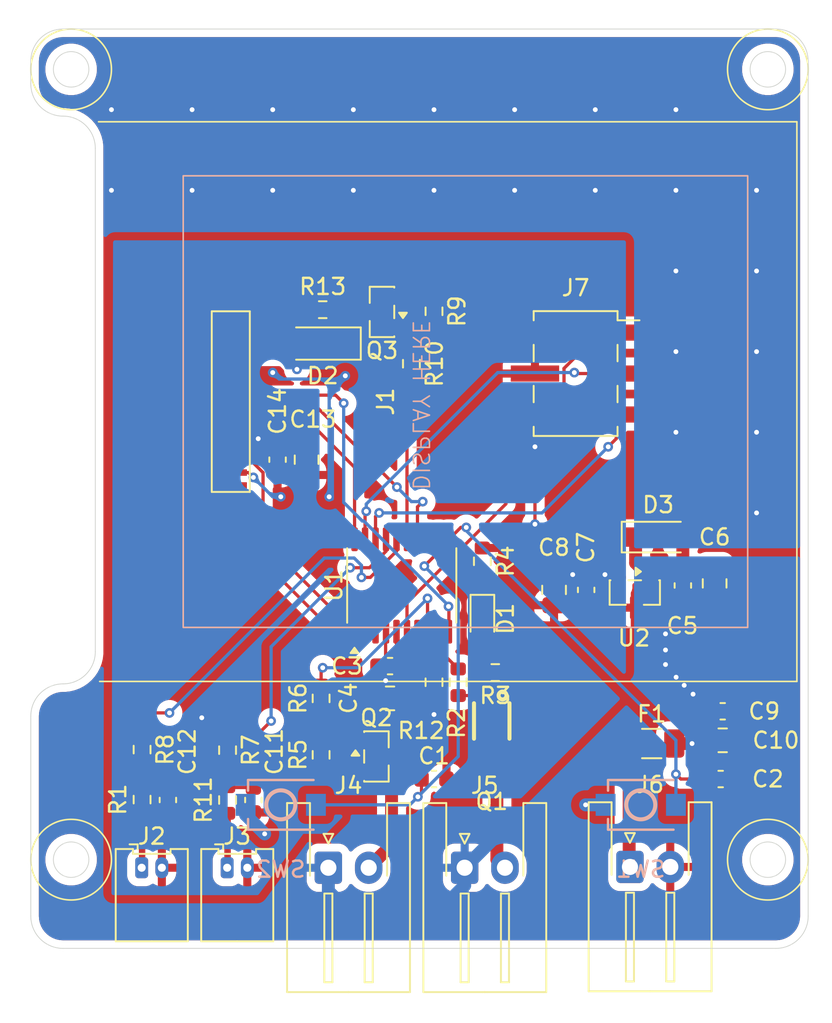
<source format=kicad_pcb>
(kicad_pcb (version 20241229) (generator "pcbnew") (generator_version "9.0")
  (layers (0 "F.Cu" signal) (2 "B.Cu" signal) (13 "F.Paste" user) (15 "B.Paste" user) (5 "F.SilkS" user "F.Silkscreen") (7 "B.SilkS" user "B.Silkscreen") (1 "F.Mask" user) (3 "B.Mask" user) (25 "Edge.Cuts" user))
  (net 0 "")
  (net 1 "GND")
  (net 2 "B2")
  (net 3 "B1")
  (net 4 "+3.3V")
  (net 5 "+24V")
  (net 6 "heatNTC")
  (net 7 "airNTC")
  (net 8 "Net-(D1-K)")
  (net 9 "Led")
  (net 10 "Net-(D2-A)")
  (net 11 "Net-(D2-K)")
  (net 12 "Net-(D3-K)")
  (net 13 "Net-(J6-Pin_1)")
  (net 15 "RET")
  (net 17 "A0")
  (net 18 "SCK")
  (net 19 "MOSI")
  (net 20 "CS")
  (net 21 "Net-(J2-Pin_1)")
  (net 22 "Net-(J3-Pin_1)")
  (net 23 "fCon")
  (net 24 "hCon")
  (net 25 "NRST")
  (net 26 "SWDIO")
  (net 27 "SWCLK")
  (net 28 "Net-(Q1-G)")
  (net 29 "Net-(Q2-G)")
  (net 30 "Net-(Q3-G)")
  (net 31 "Heater")
  (net 32 "Fan")
  (net 33 "BL")
  (footprint "easyeda2kicad:SC-70-6L_L2.0-W2.0-P0.65-BL" (layer "F.Cu") (at 88.58 62.9 180)
    (property "Reference" "Q1" (at 0 -5 0) (layer "F.SilkS"))
    (property "Value" "SIA440DJ-T1-GE3")
    (pad "1" smd rect (at -0.65 1 180) (size 0.35 0.5) (layers "F.Cu" "F.Mask" "F.Paste") (net 24 "hCon"))
    (pad "2" smd rect (at 0 1 180) (size 0.35 0.5) (layers "F.Cu" "F.Mask" "F.Paste") (net 24 "hCon"))
    (pad "3" smd rect (at 0.65 1 180) (size 0.35 0.5) (layers "F.Cu" "F.Mask" "F.Paste") (net 28 "Net-(Q1-G)"))
    (pad "4" smd rect (at 0.65 -1 180) (size 0.35 0.5) (layers "F.Cu" "F.Mask" "F.Paste") (net 1 "GND"))
    (pad "5" smd rect (at 0 -1 180) (size 0.35 0.5) (layers "F.Cu" "F.Mask" "F.Paste") (net 24 "hCon"))
    (pad "6" smd rect (at -0.65 -1 180) (size 0.35 0.5) (layers "F.Cu" "F.Mask" "F.Paste") (net 24 "hCon"))
    (pad "7" smd rect (at 0.65 -0.1 90) (size 0.87 0.4) (layers "F.Cu" "F.Mask" "F.Paste") (net 1 "GND"))
    (pad "8" smd rect (at -0.32 0 90) (size 2 1.05) (layers "F.Cu" "F.Mask" "F.Paste") (net 24 "hCon"))
  )
  (footprint "Resistor_SMD:R_0603_1608Metric" (layer "F.Cu") (at 88.8 59.9 180)
    (property "Reference" "R3" (at 0 -1.43 0) (layer "F.SilkS"))
    (property "Value" "100k")
    (pad "1" smd roundrect (at -0.825 0 180) (size 0.8 0.95) (layers "F.Cu" "F.Mask" "F.Paste") (net 1 "GND"))
    (pad "2" smd roundrect (at 0.825 0 180) (size 0.8 0.95) (layers "F.Cu" "F.Mask" "F.Paste") (net 28 "Net-(Q1-G)"))
  )
  (footprint "Diode_SMD:Nexperia_CFP3_SOD-123W" (layer "F.Cu") (at 98.9 51.5)
    (property "Reference" "D3" (at 0 -2 0) (layer "F.SilkS"))
    (property "Value" "1N4007W")
    (pad "1" smd rect (at -1.4 0) (size 1.2 1.2) (layers "F.Cu" "F.Mask" "F.Paste") (net 12 "Net-(D3-K)"))
    (pad "2" smd rect (at 1.4 0) (size 1.2 1.2) (layers "F.Cu" "F.Mask" "F.Paste") (net 5 "+24V"))
  )
  (footprint "Package_SO:TSSOP-20_4.4x6.5mm_P0.65mm" (layer "F.Cu") (at 83 54.5 90)
    (property "Reference" "U1" (at 0 -4.2 90) (layer "F.SilkS"))
    (property "Value" "STM32C011F4Px")
    (pad "1" smd roundrect (at -2.8625 -2.925 90) (size 1.475 0.4) (layers "F.Cu" "F.Mask" "F.Paste") (net 20 "CS"))
    (pad "2" smd roundrect (at -2.8625 -2.275 90) (size 1.475 0.4) (layers "F.Cu" "F.Mask" "F.Paste") (net 15 "RET"))
    (pad "3" smd roundrect (at -2.8625 -1.625 90) (size 1.475 0.4) (layers "F.Cu" "F.Mask" "F.Paste"))
    (pad "4" smd roundrect (at -2.8625 -0.975 90) (size 1.475 0.4) (layers "F.Cu" "F.Mask" "F.Paste") (net 4 "+3.3V"))
    (pad "5" smd roundrect (at -2.8625 -0.325 90) (size 1.475 0.4) (layers "F.Cu" "F.Mask" "F.Paste") (net 1 "GND"))
    (pad "6" smd roundrect (at -2.8625 0.325 90) (size 1.475 0.4) (layers "F.Cu" "F.Mask" "F.Paste") (net 25 "NRST"))
    (pad "7" smd roundrect (at -2.8625 0.975 90) (size 1.475 0.4) (layers "F.Cu" "F.Mask" "F.Paste") (net 31 "Heater"))
    (pad "8" smd roundrect (at -2.8625 1.625 90) (size 1.475 0.4) (layers "F.Cu" "F.Mask" "F.Paste") (net 32 "Fan"))
    (pad "9" smd roundrect (at -2.8625 2.275 90) (size 1.475 0.4) (layers "F.Cu" "F.Mask" "F.Paste") (net 9 "Led"))
    (pad "10" smd roundrect (at -2.8625 2.925 90) (size 1.475 0.4) (layers "F.Cu" "F.Mask" "F.Paste") (net 17 "A0"))
    (pad "11" smd roundrect (at 2.8625 2.925 90) (size 1.475 0.4) (layers "F.Cu" "F.Mask" "F.Paste") (net 3 "B1"))
    (pad "12" smd roundrect (at 2.8625 2.275 90) (size 1.475 0.4) (layers "F.Cu" "F.Mask" "F.Paste") (net 2 "B2"))
    (pad "13" smd roundrect (at 2.8625 1.625 90) (size 1.475 0.4) (layers "F.Cu" "F.Mask" "F.Paste"))
    (pad "14" smd roundrect (at 2.8625 0.975 90) (size 1.475 0.4) (layers "F.Cu" "F.Mask" "F.Paste") (net 19 "MOSI"))
    (pad "15" smd roundrect (at 2.8625 0.325 90) (size 1.475 0.4) (layers "F.Cu" "F.Mask" "F.Paste") (net 33 "BL"))
    (pad "16" smd roundrect (at 2.8625 -0.325 90) (size 1.475 0.4) (layers "F.Cu" "F.Mask" "F.Paste") (net 7 "airNTC"))
    (pad "17" smd roundrect (at 2.8625 -0.975 90) (size 1.475 0.4) (layers "F.Cu" "F.Mask" "F.Paste") (net 6 "heatNTC"))
    (pad "18" smd roundrect (at 2.8625 -1.625 90) (size 1.475 0.4) (layers "F.Cu" "F.Mask" "F.Paste") (net 26 "SWDIO"))
    (pad "19" smd roundrect (at 2.8625 -2.275 90) (size 1.475 0.4) (layers "F.Cu" "F.Mask" "F.Paste") (net 27 "SWCLK"))
    (pad "20" smd roundrect (at 2.8625 -2.925 90) (size 1.475 0.4) (layers "F.Cu" "F.Mask" "F.Paste") (net 18 "SCK"))
  )
  (footprint "Connector_JST:JST_XH_S2B-XH-A-1_1x02_P2.50mm_Horizontal" (layer "F.Cu") (at 78.45 72)
    (property "Reference" "J4" (at 1.25 -5.1 0) (layer "F.SilkS"))
    (property "Value" "Fan")
    (pad "1" thru_hole roundrect (at 0 0) (size 1.7 2) (drill 1) (layers "*.Cu" "*.Mask") (roundrect_rratio 0.147059) (net 5 "+24V"))
    (pad "2" thru_hole oval (at 2.5 0) (size 1.7 2) (drill 1) (layers "*.Cu" "*.Mask") (net 23 "fCon"))
  )
  (footprint "Package_TO_SOT_SMD:SOT-23" (layer "F.Cu") (at 81.775 37.54 180)
    (property "Reference" "Q3" (at 0 -2.4 0) (layer "F.SilkS"))
    (property "Value" "AO3400A")
    (pad "1" smd roundrect (at -0.9375 -0.95 180) (size 1.475 0.6) (layers "F.Cu" "F.Mask" "F.Paste") (net 30 "Net-(Q3-G)"))
    (pad "2" smd roundrect (at -0.9375 0.95 180) (size 1.475 0.6) (layers "F.Cu" "F.Mask" "F.Paste") (net 1 "GND"))
    (pad "3" smd roundrect (at 0.9375 0 180) (size 1.475 0.6) (layers "F.Cu" "F.Mask" "F.Paste") (net 11 "Net-(D2-K)"))
  )
  (footprint "Connector_Molex:Molex_PicoBlade_53048-0210_1x02_P1.25mm_Horizontal" (layer "F.Cu") (at 72.175 72)
    (property "Reference" "J3" (at 0.62 -1.95 0) (layer "F.SilkS"))
    (property "Value" "hNTC")
    (pad "1" thru_hole roundrect (at 0 0) (size 0.8 1.3) (drill 0.5) (layers "*.Cu" "*.Mask") (net 22 "Net-(J3-Pin_1)"))
    (pad "2" thru_hole oval (at 1.25 0) (size 0.8 1.3) (drill 0.5) (layers "*.Cu" "*.Mask") (net 1 "GND"))
  )
  (footprint "Resistor_SMD:R_0603_1608Metric" (layer "F.Cu") (at 72.2 64.71 -90)
    (property "Reference" "R7" (at 0 -1.43 90) (layer "F.SilkS"))
    (property "Value" "100k")
    (pad "1" smd roundrect (at -0.825 0 270) (size 0.8 0.95) (layers "F.Cu" "F.Mask" "F.Paste") (net 4 "+3.3V"))
    (pad "2" smd roundrect (at 0.825 0 270) (size 0.8 0.95) (layers "F.Cu" "F.Mask" "F.Paste") (net 6 "heatNTC"))
  )
  (footprint "Package_TO_SOT_SMD:SOT-23" (layer "F.Cu") (at 97.45 54.9375 -90)
    (property "Reference" "U2" (at 2.825 0.05 0) (layer "F.SilkS"))
    (property "Value" "AP7381-33SA-7")
    (pad "1" smd roundrect (at -0.9375 -0.95 270) (size 1.475 0.6) (layers "F.Cu" "F.Mask" "F.Paste") (net 12 "Net-(D3-K)"))
    (pad "2" smd roundrect (at -0.9375 0.95 270) (size 1.475 0.6) (layers "F.Cu" "F.Mask" "F.Paste") (net 4 "+3.3V"))
    (pad "3" smd roundrect (at 0.9375 0 270) (size 1.475 0.6) (layers "F.Cu" "F.Mask" "F.Paste") (net 1 "GND"))
  )
  (footprint "Connector_JST:JST_XH_S2B-XH-A-1_1x02_P2.50mm_Horizontal" (layer "F.Cu") (at 97.15 71.95)
    (property "Reference" "J6" (at 1.25 -5.1 0) (layer "F.SilkS"))
    (property "Value" "Power")
    (pad "1" thru_hole roundrect (at 0 0) (size 1.7 2) (drill 1) (layers "*.Cu" "*.Mask") (roundrect_rratio 0.147059) (net 13 "Net-(J6-Pin_1)"))
    (pad "2" thru_hole oval (at 2.5 0) (size 1.7 2) (drill 1) (layers "*.Cu" "*.Mask") (net 1 "GND"))
  )
  (footprint "Capacitor_SMD:C_0603_1608Metric" (layer "F.Cu") (at 100.43 54.5 -90)
    (property "Reference" "C5" (at 2.5 0.03 0) (layer "F.SilkS"))
    (property "Value" "100nF")
    (pad "1" smd roundrect (at -0.775 0 270) (size 0.9 0.95) (layers "F.Cu" "F.Mask" "F.Paste") (net 5 "+24V"))
    (pad "2" smd roundrect (at 0.775 0 270) (size 0.9 0.95) (layers "F.Cu" "F.Mask" "F.Paste") (net 1 "GND"))
  )
  (footprint "Resistor_SMD:R_0603_1608Metric" (layer "F.Cu") (at 86.5 60.5 90)
    (property "Reference" "R2" (at -2.525 -0.1 90) (layer "F.SilkS"))
    (property "Value" "100")
    (pad "1" smd roundrect (at -0.825 0 90) (size 0.8 0.95) (layers "F.Cu" "F.Mask" "F.Paste") (net 28 "Net-(Q1-G)"))
    (pad "2" smd roundrect (at 0.825 0 90) (size 0.8 0.95) (layers "F.Cu" "F.Mask" "F.Paste") (net 31 "Heater"))
  )
  (footprint "Capacitor_SMD:C_0603_1608Metric" (layer "F.Cu") (at 94.433999 54.775089 -90)
    (property "Reference" "C7" (at -2.63 0.02 90) (layer "F.SilkS"))
    (property "Value" "100nF")
    (pad "1" smd roundrect (at -0.775 0 270) (size 0.9 0.95) (layers "F.Cu" "F.Mask" "F.Paste") (net 4 "+3.3V"))
    (pad "2" smd roundrect (at 0.775 0 270) (size 0.9 0.95) (layers "F.Cu" "F.Mask" "F.Paste") (net 1 "GND"))
  )
  (footprint "Capacitor_SMD:C_0805_2012Metric" (layer "F.Cu") (at 92.443999 54.775089 -90)
    (property "Reference" "C8" (at -2.63 0.01 0) (layer "F.SilkS"))
    (property "Value" "1uF")
    (pad "1" smd roundrect (at -0.95 0 270) (size 1 1.45) (layers "F.Cu" "F.Mask" "F.Paste") (net 4 "+3.3V"))
    (pad "2" smd roundrect (at 0.95 0 270) (size 1 1.45) (layers "F.Cu" "F.Mask" "F.Paste") (net 1 "GND"))
  )
  (footprint "Connector_PinSocket_2.54mm:PinSocket_2x03_P2.54mm_Vertical_SMD" (layer "F.Cu") (at 93.78 41.36)
    (property "Reference" "J7" (at 0 -5.31 0) (layer "F.SilkS"))
    (property "Value" "Conn_02x03_Odd_Even")
    (pad "1" smd rect (at 2.52 -2.54) (size 3 1) (layers "F.Cu" "F.Mask" "F.Paste") (net 25 "NRST"))
    (pad "2" smd rect (at -2.52 -2.54) (size 3 1) (layers "F.Cu" "F.Mask" "F.Paste") (net 1 "GND"))
    (pad "3" smd rect (at 2.52 0) (size 3 1) (layers "F.Cu" "F.Mask" "F.Paste") (net 27 "SWCLK"))
    (pad "4" smd rect (at -2.52 0) (size 3 1) (layers "F.Cu" "F.Mask" "F.Paste") (net 1 "GND"))
    (pad "5" smd rect (at 2.52 2.54) (size 3 1) (layers "F.Cu" "F.Mask" "F.Paste") (net 26 "SWDIO"))
    (pad "6" smd rect (at -2.52 2.54) (size 3 1) (layers "F.Cu" "F.Mask" "F.Paste") (net 4 "+3.3V"))
  )
  (footprint "Capacitor_SMD:C_0603_1608Metric" (layer "F.Cu") (at 82.275 59.5)
    (property "Reference" "C3" (at -2.675 0 0) (layer "F.SilkS"))
    (property "Value" "100nF")
    (pad "1" smd roundrect (at -0.775 0) (size 0.9 0.95) (layers "F.Cu" "F.Mask" "F.Paste") (net 4 "+3.3V"))
    (pad "2" smd roundrect (at 0.775 0) (size 0.9 0.95) (layers "F.Cu" "F.Mask" "F.Paste") (net 1 "GND"))
  )
  (footprint "Resistor_SMD:R_0603_1608Metric" (layer "F.Cu") (at 78 61.5 90)
    (property "Reference" "R6" (at 0 -1.43 90) (layer "F.SilkS"))
    (property "Value" "100")
    (pad "1" smd roundrect (at -0.825 0 90) (size 0.8 0.95) (layers "F.Cu" "F.Mask" "F.Paste") (net 29 "Net-(Q2-G)"))
    (pad "2" smd roundrect (at 0.825 0 90) (size 0.8 0.95) (layers "F.Cu" "F.Mask" "F.Paste") (net 32 "Fan"))
  )
  (footprint "LED_SMD:LED_0603_1608Metric" (layer "F.Cu") (at 88 56.565 -90)
    (property "Reference" "D1" (at 0 -1.43 90) (layer "F.SilkS"))
    (property "Value" "LED")
    (pad "1" smd roundrect (at -0.7875 0 270) (size 0.875 0.95) (layers "F.Cu" "F.Mask" "F.Paste") (net 8 "Net-(D1-K)"))
    (pad "2" smd roundrect (at 0.7875 0 270) (size 0.875 0.95) (layers "F.Cu" "F.Mask" "F.Paste") (net 9 "Led"))
  )
  (footprint "Capacitor_SMD:C_0805_2012Metric" (layer "F.Cu") (at 77.1 46.7 -90)
    (property "Reference" "C13" (at -2.5 -0.39 180) (layer "F.SilkS"))
    (property "Value" "1uF")
    (pad "1" smd roundrect (at -0.95 0 270) (size 1 1.45) (layers "F.Cu" "F.Mask" "F.Paste") (net 4 "+3.3V"))
    (pad "2" smd roundrect (at 0.95 0 270) (size 1 1.45) (layers "F.Cu" "F.Mask" "F.Paste") (net 1 "GND"))
  )
  (footprint "Fuse:Fuse_1206_3216Metric" (layer "F.Cu") (at 98.5 64.3)
    (property "Reference" "F1" (at 0 -1.83 0) (layer "F.SilkS"))
    (property "Value" "Fuse")
    (pad "1" smd roundrect (at -1.4 0) (size 1.25 1.75) (layers "F.Cu" "F.Mask" "F.Paste") (roundrect_rratio 0.2) (net 13 "Net-(J6-Pin_1)"))
    (pad "2" smd roundrect (at 1.4 0) (size 1.25 1.75) (layers "F.Cu" "F.Mask" "F.Paste") (roundrect_rratio 0.2) (net 5 "+24V"))
  )
  (footprint "Resistor_SMD:R_0603_1608Metric" (layer "F.Cu") (at 85 60.5 90)
    (property "Reference" "R12" (at -3 -0.8 0) (layer "F.SilkS"))
    (property "Value" "10k")
    (pad "1" smd roundrect (at -0.825 0 90) (size 0.8 0.95) (layers "F.Cu" "F.Mask" "F.Paste") (net 4 "+3.3V"))
    (pad "2" smd roundrect (at 0.825 0 90) (size 0.8 0.95) (layers "F.Cu" "F.Mask" "F.Paste") (net 25 "NRST"))
  )
  (footprint "Resistor_SMD:R_0603_1608Metric" (layer "F.Cu") (at 78 65 90)
    (property "Reference" "R5" (at 0 -1.43 90) (layer "F.SilkS"))
    (property "Value" "100k")
    (pad "1" smd roundrect (at -0.825 0 90) (size 0.8 0.95) (layers "F.Cu" "F.Mask" "F.Paste") (net 1 "GND"))
    (pad "2" smd roundrect (at 0.825 0 90) (size 0.8 0.95) (layers "F.Cu" "F.Mask" "F.Paste") (net 29 "Net-(Q2-G)"))
  )
  (footprint "Connector_JST:JST_XH_S2B-XH-A-1_1x02_P2.50mm_Horizontal" (layer "F.Cu") (at 86.9 72)
    (property "Reference" "J5" (at 1.25 -5.1 0) (layer "F.SilkS"))
    (property "Value" "HT")
    (pad "1" thru_hole roundrect (at 0 0) (size 1.7 2) (drill 1) (layers "*.Cu" "*.Mask") (roundrect_rratio 0.147059) (net 5 "+24V"))
    (pad "2" thru_hole oval (at 2.5 0) (size 1.7 2) (drill 1) (layers "*.Cu" "*.Mask") (net 24 "hCon"))
  )
  (footprint "Extra:STP0177A-128160" (layer "F.Cu") (at 84.15 43.1 -90)
    (property "Reference" "J1" (at 0 2.15 90) (layer "F.SilkS"))
    (property "Value" "Conn_01x14")
    (fp_text user "DISPLAY HERE" (at 5.57 0.56 270) (layer "B.SilkS") (effects (font (thickness 0.1)) (justify left bottom mirror)))
    (pad "1" smd rect (at -5.2 11.75 270) (size 0.4 2) (layers "F.Cu" "F.Mask" "F.Paste"))
    (pad "2" smd rect (at -4.4 11.75 270) (size 0.4 2) (layers "F.Cu" "F.Mask" "F.Paste") (net 1 "GND"))
    (pad "3" smd rect (at -3.6 11.75 270) (size 0.4 2) (layers "F.Cu" "F.Mask" "F.Paste") (net 10 "Net-(D2-A)"))
    (pad "4" smd rect (at -2.8 11.75 270) (size 0.4 2) (layers "F.Cu" "F.Mask" "F.Paste") (net 4 "+3.3V"))
    (pad "5" smd rect (at -2 11.75 270) (size 0.4 2) (layers "F.Cu" "F.Mask" "F.Paste") (net 1 "GND"))
    (pad "6" smd rect (at -1.2 11.75 270) (size 0.4 2) (layers "F.Cu" "F.Mask" "F.Paste") (net 15 "RET"))
    (pad "7" smd rect (at -0.4 11.75 270) (size 0.4 2) (layers "F.Cu" "F.Mask" "F.Paste") (net 17 "A0"))
    (pad "8" smd rect (at 0.4 11.75 270) (size 0.4 2) (layers "F.Cu" "F.Mask" "F.Paste") (net 19 "MOSI"))
    (pad "9" smd rect (at 1.2 11.75 270) (size 0.4 2) (layers "F.Cu" "F.Mask" "F.Paste") (net 18 "SCK"))
    (pad "10" smd rect (at 2 11.75 270) (size 0.4 2) (layers "F.Cu" "F.Mask" "F.Paste") (net 4 "+3.3V"))
    (pad "11" smd rect (at 2.8 11.75 270) (size 0.4 2) (layers "F.Cu" "F.Mask" "F.Paste") (net 4 "+3.3V"))
    (pad "12" smd rect (at 3.6 11.75 270) (size 0.4 2) (layers "F.Cu" "F.Mask" "F.Paste") (net 20 "CS"))
    (pad "13" smd rect (at 4.4 11.75 270) (size 0.4 2) (layers "F.Cu" "F.Mask" "F.Paste") (net 1 "GND"))
    (pad "14" smd rect (at 5.2 11.75 270) (size 0.4 2) (layers "F.Cu" "F.Mask" "F.Paste"))
  )
  (footprint "Resistor_SMD:R_0603_1608Metric" (layer "F.Cu") (at 66.9 67.775 -90)
    (property "Reference" "R1" (at 0 1.5 90) (layer "F.SilkS"))
    (property "Value" "100")
    (pad "1" smd roundrect (at -0.825 0 270) (size 0.8 0.95) (layers "F.Cu" "F.Mask" "F.Paste") (net 7 "airNTC"))
    (pad "2" smd roundrect (at 0.825 0 270) (size 0.8 0.95) (layers "F.Cu" "F.Mask" "F.Paste") (net 21 "Net-(J2-Pin_1)"))
  )
  (footprint "Resistor_SMD:R_0603_1608Metric" (layer "F.Cu") (at 72.2 67.8 -90)
    (property "Reference" "R11" (at 0 1.5 90) (layer "F.SilkS"))
    (property "Value" "100")
    (pad "1" smd roundrect (at -0.825 0 270) (size 0.8 0.95) (layers "F.Cu" "F.Mask" "F.Paste") (net 6 "heatNTC"))
    (pad "2" smd roundrect (at 0.825 0 270) (size 0.8 0.95) (layers "F.Cu" "F.Mask" "F.Paste") (net 22 "Net-(J3-Pin_1)"))
  )
  (footprint "Capacitor_SMD:C_0603_1608Metric" (layer "F.Cu") (at 75.3 46.7 -90)
    (property "Reference" "C14" (at -3 0 90) (layer "F.SilkS"))
    (property "Value" "100nF")
    (pad "1" smd roundrect (at -0.775 0 270) (size 0.9 0.95) (layers "F.Cu" "F.Mask" "F.Paste") (net 4 "+3.3V"))
    (pad "2" smd roundrect (at 0.775 0 270) (size 0.9 0.95) (layers "F.Cu" "F.Mask" "F.Paste") (net 1 "GND"))
  )
  (footprint "Resistor_SMD:R_0603_1608Metric" (layer "F.Cu") (at 78.1 37.4)
    (property "Reference" "R13" (at 0 -1.43 0) (layer "F.SilkS"))
    (property "Value" "22")
    (pad "1" smd roundrect (at -0.825 0) (size 0.8 0.95) (layers "F.Cu" "F.Mask" "F.Paste") (net 10 "Net-(D2-A)"))
    (pad "2" smd roundrect (at 0.825 0) (size 0.8 0.95) (layers "F.Cu" "F.Mask" "F.Paste") (net 11 "Net-(D2-K)"))
  )
  (footprint "Capacitor_SMD:C_0603_1608Metric" (layer "F.Cu") (at 102.9 62.3)
    (property "Reference" "C9" (at 2.575 0 0) (layer "F.SilkS"))
    (property "Value" "100nF")
    (pad "1" smd roundrect (at -0.775 0) (size 0.9 0.95) (layers "F.Cu" "F.Mask" "F.Paste") (net 5 "+24V"))
    (pad "2" smd roundrect (at 0.775 0) (size 0.9 0.95) (layers "F.Cu" "F.Mask" "F.Paste") (net 1 "GND"))
  )
  (footprint "Resistor_SMD:R_0603_1608Metric" (layer "F.Cu") (at 66.9 64.675 -90)
    (property "Reference" "R8" (at 0 -1.43 90) (layer "F.SilkS"))
    (property "Value" "100k")
    (pad "1" smd roundrect (at -0.825 0 270) (size 0.8 0.95) (layers "F.Cu" "F.Mask" "F.Paste") (net 4 "+3.3V"))
    (pad "2" smd roundrect (at 0.825 0 270) (size 0.8 0.95) (layers "F.Cu" "F.Mask" "F.Paste") (net 7 "airNTC"))
  )
  (footprint "Resistor_SMD:R_0603_1608Metric" (layer "F.Cu") (at 85 37.5 -90)
    (property "Reference" "R9" (at 0 -1.43 90) (layer "F.SilkS"))
    (property "Value" "100k")
    (pad "1" smd roundrect (at -0.825 0 270) (size 0.8 0.95) (layers "F.Cu" "F.Mask" "F.Paste") (net 1 "GND"))
    (pad "2" smd roundrect (at 0.825 0 270) (size 0.8 0.95) (layers "F.Cu" "F.Mask" "F.Paste") (net 30 "Net-(Q3-G)"))
  )
  (footprint "Resistor_SMD:R_0603_1608Metric" (layer "F.Cu") (at 88 53 -90)
    (property "Reference" "R4" (at 0 -1.43 90) (layer "F.SilkS"))
    (property "Value" "470")
    (pad "1" smd roundrect (at -0.825 0 270) (size 0.8 0.95) (layers "F.Cu" "F.Mask" "F.Paste") (net 1 "GND"))
    (pad "2" smd roundrect (at 0.825 0 270) (size 0.8 0.95) (layers "F.Cu" "F.Mask" "F.Paste") (net 8 "Net-(D1-K)"))
  )
  (footprint "Resistor_SMD:R_0603_1608Metric" (layer "F.Cu") (at 83.6 40.75 -90)
    (property "Reference" "R10" (at 0 -1.43 90) (layer "F.SilkS"))
    (property "Value" "100")
    (pad "1" smd roundrect (at -0.825 0 270) (size 0.8 0.95) (layers "F.Cu" "F.Mask" "F.Paste") (net 30 "Net-(Q3-G)"))
    (pad "2" smd roundrect (at 0.825 0 270) (size 0.8 0.95) (layers "F.Cu" "F.Mask" "F.Paste") (net 33 "BL"))
  )
  (footprint "Capacitor_SMD:C_0603_1608Metric" (layer "F.Cu") (at 68.5 67.8 -90)
    (property "Reference" "C12" (at -3 -1.2 90) (layer "F.SilkS"))
    (property "Value" "100nF")
    (pad "1" smd roundrect (at -0.775 0 270) (size 0.9 0.95) (layers "F.Cu" "F.Mask" "F.Paste") (net 7 "airNTC"))
    (pad "2" smd roundrect (at 0.775 0 270) (size 0.9 0.95) (layers "F.Cu" "F.Mask" "F.Paste") (net 1 "GND"))
  )
  (footprint "Capacitor_SMD:C_0805_2012Metric" (layer "F.Cu") (at 102.9 64.1)
    (property "Reference" "C10" (at 3.3 0 0) (layer "F.SilkS"))
    (property "Value" "1uF")
    (pad "1" smd roundrect (at -0.95 0) (size 1 1.45) (layers "F.Cu" "F.Mask" "F.Paste") (net 5 "+24V"))
    (pad "2" smd roundrect (at 0.95 0) (size 1 1.45) (layers "F.Cu" "F.Mask" "F.Paste") (net 1 "GND"))
  )
  (footprint "Capacitor_SMD:C_0603_1608Metric" (layer "F.Cu") (at 102.775 66.5)
    (property "Reference" "C2" (at 2.925 0 0) (layer "F.SilkS"))
    (property "Value" "100nF")
    (pad "1" smd roundrect (at -0.775 0) (size 0.9 0.95) (layers "F.Cu" "F.Mask" "F.Paste") (net 3 "B1"))
    (pad "2" smd roundrect (at 0.775 0) (size 0.9 0.95) (layers "F.Cu" "F.Mask" "F.Paste") (net 1 "GND"))
  )
  (footprint "Capacitor_SMD:C_0603_1608Metric" (layer "F.Cu") (at 73.8 67.8 -90)
    (property "Reference" "C11" (at -3 -1.3 90) (layer "F.SilkS"))
    (property "Value" "100nF")
    (pad "1" smd roundrect (at -0.775 0 270) (size 0.9 0.95) (layers "F.Cu" "F.Mask" "F.Paste") (net 6 "heatNTC"))
    (pad "2" smd roundrect (at 0.775 0 270) (size 0.9 0.95) (layers "F.Cu" "F.Mask" "F.Paste") (net 1 "GND"))
  )
  (footprint "Connector_Molex:Molex_PicoBlade_53048-0210_1x02_P1.25mm_Horizontal" (layer "F.Cu") (at 66.875 72)
    (property "Reference" "J2" (at 0.62 -1.95 0) (layer "F.SilkS"))
    (property "Value" "aNTC")
    (pad "1" thru_hole roundrect (at 0 0) (size 0.8 1.3) (drill 0.5) (layers "*.Cu" "*.Mask") (net 21 "Net-(J2-Pin_1)"))
    (pad "2" thru_hole oval (at 1.25 0) (size 0.8 1.3) (drill 0.5) (layers "*.Cu" "*.Mask") (net 1 "GND"))
  )
  (footprint "Capacitor_SMD:C_0805_2012Metric" (layer "F.Cu") (at 82.275 61.5)
    (property "Reference" "C4" (at -2.575 -0.01 90) (layer "F.SilkS"))
    (property "Value" "1uF")
    (pad "1" smd roundrect (at -0.95 0) (size 1 1.45) (layers "F.Cu" "F.Mask" "F.Paste") (net 4 "+3.3V"))
    (pad "2" smd roundrect (at 0.95 0) (size 1 1.45) (layers "F.Cu" "F.Mask" "F.Paste") (net 1 "GND"))
  )
  (footprint "Diode_SMD:D_SOD-123" (layer "F.Cu") (at 78.1 39.5 180)
    (property "Reference" "D2" (at 0 -2 0) (layer "F.SilkS"))
    (property "Value" "NSI45030AT1G")
    (pad "1" smd roundrect (at -1.65 0 180) (size 0.9 1.2) (layers "F.Cu" "F.Mask" "F.Paste") (net 11 "Net-(D2-K)"))
    (pad "2" smd roundrect (at 1.65 0 180) (size 0.9 1.2) (layers "F.Cu" "F.Mask" "F.Paste") (net 10 "Net-(D2-A)"))
  )
  (footprint "Capacitor_SMD:C_0603_1608Metric" (layer "F.Cu") (at 85 66.5)
    (property "Reference" "C1" (at 0 -1.43 0) (layer "F.SilkS"))
    (property "Value" "100nF")
    (pad "1" smd roundrect (at -0.775 0) (size 0.9 0.95) (layers "F.Cu" "F.Mask" "F.Paste") (net 2 "B2"))
    (pad "2" smd roundrect (at 0.775 0) (size 0.9 0.95) (layers "F.Cu" "F.Mask" "F.Paste") (net 1 "GND"))
  )
  (footprint "Capacitor_SMD:C_0805_2012Metric" (layer "F.Cu") (at 102.4 54.37 -90)
    (property "Reference" "C6" (at -2.87 0 0) (layer "F.SilkS"))
    (property "Value" "1uF")
    (pad "1" smd roundrect (at -0.95 0 270) (size 1 1.45) (layers "F.Cu" "F.Mask" "F.Paste") (net 5 "+24V"))
    (pad "2" smd roundrect (at 0.95 0 270) (size 1 1.45) (layers "F.Cu" "F.Mask" "F.Paste") (net 1 "GND"))
  )
  (footprint "Package_TO_SOT_SMD:SOT-23" (layer "F.Cu") (at 81.43 65.1)
    (property "Reference" "Q2" (at 0 -2.4 0) (layer "F.SilkS"))
    (property "Value" "AO3400A")
    (pad "1" smd roundrect (at -0.9375 -0.95) (size 1.475 0.6) (layers "F.Cu" "F.Mask" "F.Paste") (net 29 "Net-(Q2-G)"))
    (pad "2" smd roundrect (at -0.9375 0.95) (size 1.475 0.6) (layers "F.Cu" "F.Mask" "F.Paste") (net 1 "GND"))
    (pad "3" smd roundrect (at 0.9375 0) (size 1.475 0.6) (layers "F.Cu" "F.Mask" "F.Paste") (net 23 "fCon"))
  )
  (footprint "easyeda2kicad:SW-SMD_L3.9-W3.0-P4.45" (layer "B.Cu") (at 75.5 68.1)
    (property "Reference" "SW2" (at 0 4 180) (layer "B.SilkS") (effects (justify mirror)))
    (property "Value" "CS1213AGF260")
    (pad "1" smd rect (at -2.18 0) (size 1.23 1.36) (layers "B.Cu" "B.Mask" "B.Paste") (net 1 "GND"))
    (pad "2" smd rect (at 2.18 0) (size 1.23 1.36) (layers "B.Cu" "B.Mask" "B.Paste") (net 2 "B2"))
  )
  (footprint "easyeda2kicad:SW-SMD_L3.9-W3.0-P4.45" (layer "B.Cu") (at 97.82 68.1)
    (property "Reference" "SW1" (at 0 4 180) (layer "B.SilkS") (effects (justify mirror)))
    (property "Value" "CS1213AGF260")
    (pad "1" smd rect (at -2.18 0) (size 1.23 1.36) (layers "B.Cu" "B.Mask" "B.Paste") (net 1 "GND"))
    (pad "2" smd rect (at 2.18 0) (size 1.23 1.36) (layers "B.Cu" "B.Mask" "B.Paste") (net 3 "B1"))
  )
  (gr_circle (center 62.5 71.5) (end 62.5 69) (stroke (width 0.1)) (fill no) (layer "F.SilkS"))
  (gr_circle (center 62.5 22.5) (end 62.5 20) (stroke (width 0.1)) (fill no) (layer "F.SilkS"))
  (gr_circle (center 105.7 71.5) (end 105.7 69) (stroke (width 0.1)) (fill no) (layer "F.SilkS"))
  (gr_circle (center 105.7 22.5) (end 105.7 20) (stroke (width 0.1)) (fill no) (layer "F.SilkS"))
  (gr_line (start 108.2 22) (end 108.2 75) (stroke (width 0.05)) (layer "Edge.Cuts"))
  (gr_circle (center 105.7 71.5) (end 106.8 71.5) (stroke (width 0.05)) (fill no) (layer "Edge.Cuts"))
  (gr_arc (start 60 22) (mid 60.585786 20.585786) (end 62 20) (stroke (width 0.05)) (layer "Edge.Cuts"))
  (gr_circle (center 62.5 71.5) (end 63.6 71.5) (stroke (width 0.05)) (fill no) (layer "Edge.Cuts"))
  (gr_circle (center 62.5 22.5) (end 63.6 22.5) (stroke (width 0.05)) (fill no) (layer "Edge.Cuts"))
  (gr_arc (start 60 62.6) (mid 60.585786 61.185786) (end 62 60.6) (stroke (width 0.05)) (layer "Edge.Cuts"))
  (gr_line (start 64 58.6) (end 64 27.4) (stroke (width 0.05)) (layer "Edge.Cuts"))
  (gr_arc (start 62 25.4) (mid 60.585786 24.814214) (end 60 23.4) (stroke (width 0.05)) (layer "Edge.Cuts"))
  (gr_arc (start 64 58.6) (mid 63.414214 60.014214) (end 62 60.6) (stroke (width 0.05)) (layer "Edge.Cuts"))
  (gr_arc (start 62 25.4) (mid 63.414214 25.985786) (end 64 27.4) (stroke (width 0.05)) (layer "Edge.Cuts"))
  (gr_line (start 62 20) (end 106.2 20) (stroke (width 0.05)) (layer "Edge.Cuts"))
  (gr_arc (start 106.2 20) (mid 107.614214 20.585786) (end 108.2 22) (stroke (width 0.05)) (layer "Edge.Cuts"))
  (gr_arc (start 62 77) (mid 60.585786 76.414214) (end 60 75) (stroke (width 0.05)) (layer "Edge.Cuts"))
  (gr_arc (start 108.2 75) (mid 107.614214 76.414214) (end 106.2 77) (stroke (width 0.05)) (layer "Edge.Cuts"))
  (gr_line (start 106.2 77) (end 62 77) (stroke (width 0.05)) (layer "Edge.Cuts"))
  (gr_line (start 60 23.4) (end 60 22) (stroke (width 0.05)) (layer "Edge.Cuts"))
  (gr_line (start 60 75) (end 60 62.6) (stroke (width 0.05)) (layer "Edge.Cuts"))
  (gr_circle (center 105.7 22.5) (end 106.8 22.5) (stroke (width 0.05)) (fill no) (layer "Edge.Cuts"))
  (segment (start 83.225 61.5) (end 82.675 60.95) (width 0.2) (layer "F.Cu") (net 1))
  (segment (start 75.3 48.8) (end 75.5 49) (width 0.2) (layer "F.Cu") (net 1))
  (segment (start 72.4 47.5) (end 73.5 47.5) (width 0.2) (layer "F.Cu") (net 1))
  (segment (start 72.4 38.7) (end 71.398 38.7) (width 0.2) (layer "F.Cu") (net 1))
  (segment (start 82.675 60.95) (end 82.675 57.3625) (width 0.2) (layer "F.Cu") (net 1))
  (segment (start 87.93 63) (end 87.93 63.9) (width 0.2) (layer "F.Cu") (net 1))
  (segment (start 71.2 41.1) (end 72.4 41.1) (width 0.2) (layer "F.Cu") (net 1))
  (segment (start 71.398 38.7) (end 70.7 39.398) (width 0.2) (layer "F.Cu") (net 1))
  (segment (start 75.3 47.475) (end 75.3 48.8) (width 0.2) (layer "F.Cu") (net 1))
  (segment (start 72.4 41.1) (end 74.8 41.1) (width 0.2) (layer "F.Cu") (net 1))
  (segment (start 73.5 47.5) (end 73.8 47.8) (width 0.2) (layer "F.Cu") (net 1))
  (segment (start 70.7 40.6) (end 71.2 41.1) (width 0.2) (layer "F.Cu") (net 1))
  (segment (start 74.8 41.1) (end 75 41.3) (width 0.2) (layer "F.Cu") (net 1))
  (segment (start 70.7 39.398) (end 70.7 40.6) (width 0.2) (layer "F.Cu") (net 1))
  (via (at 80 30) (size 0.6) (drill 0.3) (layers "F.Cu" "B.Cu") (net 1))
  (via (at 75 25) (size 0.6) (drill 0.3) (layers "F.Cu" "B.Cu") (net 1))
  (via (at 105 35) (size 0.6) (drill 0.3) (layers "F.Cu" "B.Cu") (net 1))
  (via (at 85 30) (size 0.6) (drill 0.3) (layers "F.Cu" "B.Cu") (net 1))
  (via (at 65 25) (size 0.6) (drill 0.3) (layers "F.Cu" "B.Cu") (net 1))
  (via (at 94.4 68.1) (size 0.6) (drill 0.3) (layers "F.Cu" "B.Cu") (net 1))
  (via (at 105 40) (size 0.6) (drill 0.3) (layers "F.Cu" "B.Cu") (net 1))
  (via (at 78.5 49) (size 0.6) (drill 0.3) (layers "F.Cu" "B.Cu") (net 1))
  (via (at 100 40) (size 0.6) (drill 0.3) (layers "F.Cu" "B.Cu") (net 1))
  (via (at 100 25) (size 0.6) (drill 0.3) (layers "F.Cu" "B.Cu") (net 1))
  (via (at 70 25) (size 0.6) (drill 0.3) (layers "F.Cu" "B.Cu") (net 1))
  (via (at 75 30) (size 0.6) (drill 0.3) (layers "F.Cu" "B.Cu") (net 1))
  (via (at 70 30) (size 0.6) (drill 0.3) (layers "F.Cu" "B.Cu") (net 1))
  (via (at 95 25) (size 0.6) (drill 0.3) (layers "F.Cu" "B.Cu") (net 1))
  (via (at 100 30) (size 0.6) (drill 0.3) (layers "F.Cu" "B.Cu") (net 1))
  (via (at 105 30) (size 0.6) (drill 0.3) (layers "F.Cu" "B.Cu") (net 1))
  (via (at 95 30) (size 0.6) (drill 0.3) (layers "F.Cu" "B.Cu") (net 1))
  (via (at 75.5 49) (size 0.6) (drill 0.3) (layers "F.Cu" "B.Cu") (net 1))
  (via (at 79.5 41.5) (size 0.6) (drill 0.3) (layers "F.Cu" "B.Cu") (net 1))
  (via (at 90 25) (size 0.6) (drill 0.3) (layers "F.Cu" "B.Cu") (net 1))
  (via (at 100 35) (size 0.6) (drill 0.3) (layers "F.Cu" "B.Cu") (net 1))
  (via (at 85 25) (size 0.6) (drill 0.3) (layers "F.Cu" "B.Cu") (net 1))
  (via (at 75 41.3) (size 0.6) (drill 0.3) (layers "F.Cu" "B.Cu") (net 1))
  (via (at 80 25) (size 0.6) (drill 0.3) (layers "F.Cu" "B.Cu") (net 1))
  (via (at 74.5 69.9) (size 0.6) (drill 0.3) (layers "F.Cu" "B.Cu") (net 1))
  (via (at 65 30) (size 0.6) (drill 0.3) (layers "F.Cu" "B.Cu") (net 1))
  (via (at 105 50) (size 0.6) (drill 0.3) (layers "F.Cu" "B.Cu") (net 1))
  (via (at 100 45) (size 0.6) (drill 0.3) (layers "F.Cu" "B.Cu") (net 1))
  (via (at 73.8 47.8) (size 0.6) (drill 0.3) (layers "F.Cu" "B.Cu") (net 1))
  (via (at 90 30) (size 0.6) (drill 0.3) (layers "F.Cu" "B.Cu") (net 1))
  (via (at 105 45) (size 0.6) (drill 0.3) (layers "F.Cu" "B.Cu") (net 1))
  (segment (start 95.64 68.1) (end 94.4 68.1) (width 0.8) (layer "B.Cu") (net 1))
  (segment (start 73.32 68.1) (end 73.32 68.72) (width 0.8) (layer "B.Cu") (net 1))
  (segment (start 75.401 41.701) (end 79.299 41.701) (width 0.2) (layer "B.Cu") (net 1))
  (segment (start 78.5 42.5) (end 78.5 49) (width 0.2) (layer "B.Cu") (net 1))
  (segment (start 73.8 47.8) (end 75 49) (width 0.2) (layer "B.Cu") (net 1))
  (segment (start 79.299 41.701) (end 79.5 41.5) (width 0.2) (layer "B.Cu") (net 1))
  (segment (start 75 49) (end 75.5 49) (width 0.2) (layer "B.Cu") (net 1))
  (segment (start 73.32 68.72) (end 74.5 69.9) (width 0.8) (layer "B.Cu") (net 1))
  (segment (start 75 41.3) (end 75.401 41.701) (width 0.2) (layer "B.Cu") (net 1))
  (segment (start 79.5 41.5) (end 78.5 42.5) (width 0.2) (layer "B.Cu") (net 1))
  (segment (start 85.275 51.6375) (end 85.275 52.425) (width 0.2) (layer "F.Cu") (net 2))
  (segment (start 84.225 66.5) (end 84.225 67.375) (width 0.2) (layer "F.Cu") (net 2))
  (segment (start 84.225 67.375) (end 84 67.6) (width 0.2) (layer "F.Cu") (net 2))
  (segment (start 85.275 52.425) (end 84.4 53.3) (width 0.2) (layer "F.Cu") (net 2))
  (via (at 84 67.6) (size 0.6) (drill 0.3) (layers "F.Cu" "B.Cu") (net 2))
  (via (at 84.4 53.3) (size 0.6) (drill 0.3) (layers "F.Cu" "B.Cu") (net 2))
  (segment (start 83.5 68.1) (end 84 67.6) (width 0.2) (layer "B.Cu") (net 2))
  (segment (start 77.68 68.1) (end 83.5 68.1) (width 0.2) (layer "B.Cu") (net 2))
  (segment (start 84 67.6) (end 86.501 65.099) (width 0.2) (layer "B.Cu") (net 2))
  (segment (start 86.501 55.401) (end 84.4 53.3) (width 0.2) (layer "B.Cu") (net 2))
  (segment (start 86.501 65.099) (end 86.501 55.401) (width 0.2) (layer "B.Cu") (net 2))
  (segment (start 100.3 66.5) (end 100 66.2) (width 0.2) (layer "F.Cu") (net 3))
  (segment (start 86.6625 50.9) (end 87 50.9) (width 0.2) (layer "F.Cu") (net 3))
  (segment (start 85.925 51.6375) (end 86.6625 50.9) (width 0.2) (layer "F.Cu") (net 3))
  (segment (start 102 66.5) (end 100.3 66.5) (width 0.2) (layer "F.Cu") (net 3))
  (via (at 87 50.9) (size 0.6) (drill 0.3) (layers "F.Cu" "B.Cu") (net 3))
  (via (at 100 66.2) (size 0.6) (drill 0.3) (layers "F.Cu" "B.Cu") (net 3))
  (segment (start 100 64.1) (end 100 68.1) (width 0.2) (layer "B.Cu") (net 3))
  (segment (start 87 50.9) (end 87 51.1) (width 0.2) (layer "B.Cu") (net 3))
  (segment (start 87 51.1) (end 100 64.1) (width 0.2) (layer "B.Cu") (net 3))
  (segment (start 82 60.4) (end 82 57.3875) (width 0.2) (layer "F.Cu") (net 4))
  (segment (start 85 62.5) (end 85 62.7) (width 0.2) (layer "F.Cu") (net 4))
  (segment (start 95.6 53.825089) (end 96.325089 53.825089) (width 0.8) (layer "F.Cu") (net 4))
  (segment (start 69.4 63.85) (end 72.165 63.85) (width 0.2) (layer "F.Cu") (net 4))
  (segment (start 72.4 40.3) (end 75.7 40.3) (width 0.2) (layer "F.Cu") (net 4))
  (segment (start 72.165 63.85) (end 72.2 63.885) (width 0.2) (layer "F.Cu") (net 4))
  (segment (start 74.1 45.4) (end 74.775 45.4) (width 0.8) (layer "F.Cu") (net 4))
  (segment (start 72.5 45.4) (end 74.1 45.4) (width 0.8) (layer "F.Cu") (net 4))
  (segment (start 96.325089 53.825089) (end 96.5 54) (width 0.8) (layer "F.Cu") (net 4))
  (segment (start 91.26 43.9) (end 91.26 45.9) (width 0.2) (layer "F.Cu") (net 4))
  (segment (start 66.9 63.85) (end 69.4 63.85) (width 0.2) (layer "F.Cu") (net 4))
  (segment (start 91.26 45.9) (end 91.26 50.7) (width 0.2) (layer "F.Cu") (net 4))
  (segment (start 92.443999 53.825089) (end 93.6 53.825089) (width 0.8) (layer "F.Cu") (net 4))
  (segment (start 82 57.3875) (end 82.025 57.3625) (width 0.2) (layer "F.Cu") (net 4))
  (segment (start 85 61.325) (end 85 62.5) (width 0.2) (layer "F.Cu") (net 4))
  (segment (start 76.925 45.925) (end 77.1 45.75) (width 0.8) (layer "F.Cu") (net 4))
  (segment (start 91.26 50.7) (end 91.26 52.64109) (width 0.2) (layer "F.Cu") (net 4))
  (segment (start 91.26 52.64109) (end 92.443999 53.825089) (width 0.2) (layer "F.Cu") (net 4))
  (segment (start 81.325 61.5) (end 82 60.825) (width 0.2) (layer "F.Cu") (net 4))
  (segment (start 72.4 45.5) (end 72.5 45.4) (width 0.8) (layer "F.Cu") (net 4))
  (segment (start 75.3 45.925) (end 76.925 45.925) (width 0.8) (layer "F.Cu") (net 4))
  (segment (start 82 60.825) (end 82 60.4) (width 0.2) (layer "F.Cu") (net 4))
  (segment (start 69.4 63.85) (end 69.45 63.85) (width 0.2) (layer "F.Cu") (net 4))
  (segment (start 74.775 45.4) (end 75.3 45.925) (width 0.8) (layer "F.Cu") (net 4))
  (segment (start 72.4 45.9) (end 72.4 45.1) (width 0.8) (layer "F.Cu") (net 4))
  (segment (start 93.6 53.825089) (end 95.6 53.825089) (width 0.8) (layer "F.Cu") (net 4))
  (segment (start 75.7 40.3) (end 76.5 41.1) (width 0.2) (layer "F.Cu") (net 4))
  (segment (start 69.45 63.85) (end 70.6 62.7) (width 0.2) (layer "F.Cu") (net 4))
  (via (at 95.6 53.825089) (size 0.6) (drill 0.3) (layers "F.Cu" "B.Cu") (net 4))
  (via (at 70.6 62.7) (size 0.6) (drill 0.3) (layers "F.Cu" "B.Cu") (net 4))
  (via (at 91.26 45.9) (size 0.6) (drill 0.3) (layers "F.Cu" "B.Cu") (net 4))
  (via (at 91.26 50.7) (size 0.6) (drill 0.3) (layers "F.Cu" "B.Cu") (net 4))
  (via (at 93.6 53.825089) (size 0.6) (drill 0.3) (layers "F.Cu" "B.Cu") (net 4))
  (via (at 76.5 41.1) (size 0.6) (drill 0.3) (layers "F.Cu" "B.Cu") (net 4))
  (via (at 82 60.4) (size 0.6) (drill 0.3) (layers "F.Cu" "B.Cu") (net 4))
  (via (at 74.1 45.4) (size 0.6) (drill 0.3) (layers "F.Cu" "B.Cu") (net 4))
  (via (at 85 62.5) (size 0.6) (drill 0.3) (layers "F.Cu" "B.Cu") (net 4))
  (segment (start 100.0125 60.1875) (end 100.5125 60.6875) (width 0.8) (layer "F.Cu") (net 5))
  (segment (start 100.330626 53.725) (end 99.354 54.701626) (width 0.8) (layer "F.Cu") (net 5))
  (segment (start 99.354 57.5) (end 99.354 58.5) (width 0.8) (layer "F.Cu") (net 5))
  (segment (start 100.43 53.725) (end 100.43 51.63) (width 0.8) (layer "F.Cu") (net 5))
  (segment (start 99.354 59.529) (end 100.0125 60.1875) (width 0.8) (layer "F.Cu") (net 5))
  (segment (start 100.43 51.63) (end 100.3 51.5) (width 0.8) (layer "F.Cu") (net 5))
  (segment (start 102.125 63.925) (end 101.95 64.1) (width 0.8) (layer "F.Cu") (net 5))
  (segment (start 101 64.3) (end 101.75 64.3) (width 0.8) (layer "F.Cu") (net 5))
  (segment (start 99.354 54.701626) (end 99.354 57.5) (width 0.8) (layer "F.Cu") (net 5))
  (segment (start 99.9 64.3) (end 101 64.3) (width 0.8) (layer "F.Cu") (net 5))
  (segment (start 99.354 59.4) (end 99.354 59.529) (width 0.8) (layer "F.Cu") (net 5))
  (segment (start 100.43 53.725) (end 100.330626 53.725) (width 0.8) (layer "F.Cu") (net 5))
  (segment (start 102.125 62.3) (end 102.125 63.925) (width 0.8) (layer "F.Cu") (net 5))
  (segment (start 100.735 53.42) (end 100.43 53.725) (width 0.8) (layer "F.Cu") (net 5))
  (segment (start 101.0625 61.2375) (end 102.125 62.3) (width 0.8) (layer "F.Cu") (net 5))
  (segment (start 100.5125 60.6875) (end 101.0625 61.2375) (width 0.8) (layer "F.Cu") (net 5))
  (segment (start 99.354 58.5) (end 99.354 59.4) (width 0.8) (layer "F.Cu") (net 5))
  (segment (start 102.4 53.42) (end 100.735 53.42) (width 0.8) (layer "F.Cu") (net 5))
  (segment (start 101.75 64.3) (end 101.95 64.1) (width 0.8) (layer "F.Cu") (net 5))
  (via (at 99.354 57.5) (size 0.6) (drill 0.3) (layers "F.Cu" "B.Cu") (net 5))
  (via (at 101 64.3) (size 0.6) (drill 0.3) (layers "F.Cu" "B.Cu") (net 5))
  (via (at 99.354 59.4) (size 0.6) (drill 0.3) (layers "F.Cu" "B.Cu") (net 5))
  (via (at 100.0125 60.1875) (size 0.6) (drill 0.3) (layers "F.Cu" "B.Cu") (net 5))
  (via (at 101.0625 61.2375) (size 0.6) (drill 0.3) (layers "F.Cu" "B.Cu") (net 5))
  (via (at 100.5125 60.6875) (size 0.6) (drill 0.3) (layers "F.Cu" "B.Cu") (net 5))
  (via (at 99.354 58.5) (size 0.6) (drill 0.3) (layers "F.Cu" "B.Cu") (net 5))
  (segment (start 78.45 73.45) (end 79.5 74.5) (width 0.8) (layer "B.Cu") (net 5))
  (segment (start 86.9 73.1) (end 86.9 72) (width 0.8) (layer "B.Cu") (net 5))
  (segment (start 86.9 72) (end 88.9 70) (width 0.8) (layer "B.Cu") (net 5))
  (segment (start 78.45 72) (end 78.45 73.45) (width 0.8) (layer "B.Cu") (net 5))
  (segment (start 88.9 70) (end 101.5 70) (width 0.8) (layer "B.Cu") (net 5))
  (segment (start 101.5 70) (end 102 69.5) (width 0.8) (layer "B.Cu") (net 5))
  (segment (start 85.5 74.5) (end 86.9 73.1) (width 0.8) (layer "B.Cu") (net 5))
  (segment (start 102 62.175) (end 100.0125 60.1875) (width 0.8) (layer "B.Cu") (net 5))
  (segment (start 102 69.5) (end 102 62.175) (width 0.8) (layer "B.Cu") (net 5))
  (segment (start 79.5 74.5) (end 85.5 74.5) (width 0.8) (layer "B.Cu") (net 5))
  (segment (start 72.2 65.535) (end 72.31 65.535) (width 0.2) (layer "F.Cu") (net 6))
  (segment (start 72.31 65.535) (end 73.8 67.025) (width 0.2) (layer "F.Cu") (net 6))
  (segment (start 72.265 65.535) (end 74.9 62.9) (width 0.2) (layer "F.Cu") (net 6))
  (segment (start 80.4 53.4) (end 79.8 53.4) (width 0.2) (layer "F.Cu") (net 6))
  (segment (start 72.2 65.535) (end 72.2 66.975) (width 0.4) (layer "F.Cu") (net 6))
  (segment (start 73.8 67.025) (end 72.25 67.025) (width 0.2) (layer "F.Cu") (net 6))
  (segment (start 72.2 65.535) (end 72.265 65.535) (width 0.2) (layer "F.Cu") (net 6))
  (segment (start 82.025 52.374999) (end 80.999999 53.4) (width 0.2) (layer "F.Cu") (net 6))
  (segment (start 80.999999 53.4) (end 80.4 53.4) (width 0.2) (layer "F.Cu") (net 6))
  (segment (start 82.025 51.6375) (end 82.025 52.374999) (width 0.2) (layer "F.Cu") (net 6))
  (segment (start 72.25 67.025) (end 72.2 66.975) (width 0.2) (layer "F.Cu") (net 6))
  (via (at 74.9 62.9) (size 0.6) (drill 0.3) (layers "F.Cu" "B.Cu") (net 6))
  (via (at 79.8 53.4) (size 0.6) (drill 0.3) (layers "F.Cu" "B.Cu") (net 6))
  (segment (start 79.8 53.4) (end 74.9 58.3) (width 0.2) (layer "B.Cu") (net 6))
  (segment (start 74.9 58.3) (end 74.9 62.9) (width 0.2) (layer "B.Cu") (net 6))
  (segment (start 68.425 67.025) (end 66.9 65.5) (width 0.2) (layer "F.Cu") (net 7))
  (segment (start 67.160936 62.4) (end 68.6 62.4) (width 0.2) (layer "F.Cu") (net 7))
  (segment (start 66.124 63.436936) (end 67.160936 62.4) (width 0.2) (layer "F.Cu") (net 7))
  (segment (start 66.124 64.724) (end 66.124 63.436936) (width 0.2) (layer "F.Cu") (net 7))
  (segment (start 66.9 66.95) (end 66.9 65.5) (width 0.4) (layer "F.Cu") (net 7))
  (segment (start 66.9 65.5) (end 66.124 64.724) (width 0.2) (layer "F.Cu") (net 7))
  (segment (start 82.675 51.6375) (end 82.675 52.374999) (width 0.2) (layer "F.Cu") (net 7))
  (segment (start 81.049999 54) (end 80.5 54) (width 0.2) (layer "F.Cu") (net 7))
  (segment (start 68.5 67.025) (end 68.425 67.025) (width 0.2) (layer "F.Cu") (net 7))
  (segment (start 66.975 67.025) (end 66.9 66.95) (width 0.2) (layer "F.Cu") (net 7))
  (segment (start 68.5 67.025) (end 66.975 67.025) (width 0.2) (layer "F.Cu") (net 7))
  (segment (start 82.675 52.374999) (end 81.049999 54) (width 0.2) (layer "F.Cu") (net 7))
  (via (at 80.5 54) (size 0.6) (drill 0.3) (layers "F.Cu" "B.Cu") (net 7))
  (via (at 68.6 62.4) (size 0.6) (drill 0.3) (layers "F.Cu" "B.Cu") (net 7))
  (segment (start 80.048943 52.799) (end 78.201 52.799) (width 0.2) (layer "B.Cu") (net 7))
  (segment (start 80.5 53.250057) (end 80.048943 52.799) (width 0.2) (layer "B.Cu") (net 7))
  (segment (start 78.201 52.799) (end 68.6 62.4) (width 0.2) (layer "B.Cu") (net 7))
  (segment (start 80.5 54) (end 80.5 53.250057) (width 0.2) (layer "B.Cu") (net 7))
  (segment (start 77.275 37.4) (end 77.275 38.675) (width 0.8) (layer "F.Cu") (net 10))
  (segment (start 77.275 38.675) (end 76.45 39.5) (width 0.8) (layer "F.Cu") (net 10))
  (segment (start 72.4 39.5) (end 76.45 39.5) (width 0.8) (layer "F.Cu") (net 10))
  (segment (start 78.925 37.4) (end 79.1 37.4) (width 0.8) (layer "F.Cu") (net 11))
  (segment (start 79.75 38.6275) (end 80.8375 37.54) (width 0.8) (layer "F.Cu") (net 11))
  (segment (start 78.925 37.4) (end 80.6975 37.4) (width 0.8) (layer "F.Cu") (net 11))
  (segment (start 79.1 37.4) (end 79.7 38) (width 0.8) (layer "F.Cu") (net 11))
  (segment (start 79.7 38) (end 79.7 39.45) (width 0.8) (layer "F.Cu") (net 11))
  (segment (start 79.7 39.45) (end 79.75 39.5) (width 0.8) (layer "F.Cu") (net 11))
  (segment (start 79.75 39.5) (end 79.75 38.6275) (width 0.8) (layer "F.Cu") (net 11))
  (segment (start 80.6975 37.4) (end 80.8375 37.54) (width 0.8) (layer "F.Cu") (net 11))
  (segment (start 97.5 51.5) (end 97.5 53.1) (width 0.8) (layer "F.Cu") (net 12))
  (segment (start 97.5 53.1) (end 98.4 54) (width 0.8) (layer "F.Cu") (net 12))
  (segment (start 97.1 71.9) (end 97.15 71.95) (width 0.8) (layer "F.Cu") (net 13))
  (segment (start 97.1 64.3) (end 97.1 70) (width 0.8) (layer "F.Cu") (net 13))
  (segment (start 97.1 70) (end 97.1 71.9) (width 0.8) (layer "F.Cu") (net 13))
  (segment (start 70.6 42.5) (end 71.2 41.9) (width 0.2) (layer "F.Cu") (net 15))
  (segment (start 79.80613 58.401) (end 70.6 49.19487) (width 0.2) (layer "F.Cu") (net 15))
  (segment (start 71.2 41.9) (end 72.4 41.9) (width 0.2) (layer "F.Cu") (net 15))
  (segment (start 80.725 58.099999) (end 80.423999 58.401) (width 0.2) (layer "F.Cu") (net 15))
  (segment (start 70.6 49.19487) (end 70.6 42.5) (width 0.2) (layer "F.Cu") (net 15))
  (segment (start 80.423999 58.401) (end 79.80613 58.401) (width 0.2) (layer "F.Cu") (net 15))
  (segment (start 80.725 57.3625) (end 80.725 58.099999) (width 0.2) (layer "F.Cu") (net 15))
  (segment (start 85.925 55.825) (end 85.9 55.8) (width 0.2) (layer "F.Cu") (net 17))
  (segment (start 78.9 42.7) (end 79.4 43.2) (width 0.2) (layer "F.Cu") (net 17))
  (segment (start 85.925 57.3625) (end 85.925 55.825) (width 0.2) (layer "F.Cu") (net 17))
  (segment (start 72.4 42.7) (end 78.9 42.7) (width 0.2) (layer "F.Cu") (net 17))
  (via (at 79.4 43.2) (size 0.6) (drill 0.3) (layers "F.Cu" "B.Cu") (net 17))
  (via (at 85.9 55.8) (size 0.6) (drill 0.3) (layers "F.Cu" "B.Cu") (net 17))
  (segment (start 80.551057 50.501) (end 80.650943 50.501) (width 0.2) (layer "B.Cu") (net 17))
  (segment (start 79.4 43.2) (end 79.4 49.349943) (width 0.2) (layer "B.Cu") (net 17))
  (segment (start 80.650943 50.501) (end 85.9 55.750057) (width 0.2) (layer "B.Cu") (net 17))
  (segment (start 79.4 49.349943) (end 80.551057 50.501) (width 0.2) (layer "B.Cu") (net 17))
  (segment (start 85.9 55.750057) (end 85.9 55.8) (width 0.2) (layer "B.Cu") (net 17))
  (segment (start 80.075 47.175) (end 77.2 44.3) (width 0.2) (layer "F.Cu") (net 18))
  (segment (start 77.2 44.3) (end 72.4 44.3) (width 0.2) (layer "F.Cu") (net 18))
  (segment (start 80.075 51.6375) (end 80.075 47.175) (width 0.2) (layer "F.Cu") (net 18))
  (segment (start 83.975 51.6375) (end 83.975 49.625) (width 0.2) (layer "F.Cu") (net 19))
  (segment (start 77.8 43.5) (end 82.7 48.4) (width 0.2) (layer "F.Cu") (net 19))
  (segment (start 72.4 43.5) (end 77.8 43.5) (width 0.2) (layer "F.Cu") (net 19))
  (segment (start 83.975 49.625) (end 84.3 49.3) (width 0.2) (layer "F.Cu") (net 19))
  (via (at 84.3 49.3) (size 0.6) (drill 0.3) (layers "F.Cu" "B.Cu") (net 19))
  (via (at 82.7 48.4) (size 0.6) (drill 0.3) (layers "F.Cu" "B.Cu") (net 19))
  (segment (start 83.6 49.3) (end 82.7 48.4) (width 0.2) (layer "B.Cu") (net 19))
  (segment (start 84.3 49.3) (end 83.6 49.3) (width 0.2) (layer "B.Cu") (net 19))
  (segment (start 80.075 57.3625) (end 74.4 51.6875) (width 0.2) (layer "F.Cu") (net 20))
  (segment (start 74.4 51.6875) (end 74.4 47.5) (width 0.2) (layer "F.Cu") (net 20))
  (segment (start 73.6 46.7) (end 72.4 46.7) (width 0.2) (layer "F.Cu") (net 20))
  (segment (start 74.4 47.5) (end 73.6 46.7) (width 0.2) (layer "F.Cu") (net 20))
  (segment (start 66.9 68.6) (end 66.9 71.975) (width 0.4) (layer "F.Cu") (net 21))
  (segment (start 66.9 71.975) (end 66.875 72) (width 0.2) (layer "F.Cu") (net 21))
  (segment (start 72.2 71.975) (end 72.175 72) (width 0.2) (layer "F.Cu") (net 22))
  (segment (start 72.2 68.625) (end 72.2 71.975) (width 0.4) (layer "F.Cu") (net 22))
  (segment (start 82.3675 70.5825) (end 80.95 72) (width 0.8) (layer "F.Cu") (net 23))
  (segment (start 82.3675 65.1) (end 82.3675 70.5825) (width 0.8) (layer "F.Cu") (net 23))
  (segment (start 88.9 71.5) (end 89.4 72) (width 0.8) (layer "F.Cu") (net 24))
  (segment (start 88.9 62.9) (end 88.9 71.5) (width 0.8) (layer "F.Cu") (net 24))
  (segment (start 93.061 41.039) (end 93.061 42.139) (width 0.2) (layer "F.Cu") (net 25))
  (segment (start 95.28 38.82) (end 93.061 41.039) (width 0.2) (layer "F.Cu") (net 25))
  (segment (start 83.325 55.575) (end 83.325 57.3625) (width 0.2) (layer "F.Cu") (net 25))
  (segment (start 90 42.7) (end 89.459 43.241) (width 0.2) (layer "F.Cu") (net 25))
  (segment (start 89.459 43.241) (end 89.459 49.441) (width 0.2) (layer "F.Cu") (net 25))
  (segment (start 93.061 42.139) (end 92.5 42.7) (width 0.2) (layer "F.Cu") (net 25))
  (segment (start 83.325 58.475) (end 83.325 57.3625) (width 0.2) (layer "F.Cu") (net 25))
  (segment (start 84.525 59.675) (end 83.325 58.475) (width 0.2) (layer "F.Cu") (net 25))
  (segment (start 92.5 42.7) (end 90 42.7) (width 0.2) (layer "F.Cu") (net 25))
  (segment (start 89.459 49.441) (end 83.325 55.575) (width 0.2) (layer "F.Cu") (net 25))
  (segment (start 96.3 38.82) (end 95.28 38.82) (width 0.2) (layer "F.Cu") (net 25))
  (segment (start 85 59.675) (end 84.525 59.675) (width 0.2) (layer "F.Cu") (net 25))
  (segment (start 96.3 45.4) (end 95.8 45.9) (width 0.2) (layer "F.Cu") (net 26))
  (segment (start 81.375 51.6375) (end 81.375 50.225) (width 0.2) (layer "F.Cu") (net 26))
  (segment (start 96.3 43.9) (end 96.3 45.4) (width 0.2) (layer "F.Cu") (net 26))
  (segment (start 81.375 50.225) (end 81.6 50) (width 0.2) (layer "F.Cu") (net 26))
  (via (at 81.6 50) (size 0.6) (drill 0.3) (layers "F.Cu" "B.Cu") (net 26))
  (via (at 95.8 45.9) (size 0.6) (drill 0.3) (layers "F.Cu" "B.Cu") (net 26))
  (segment (start 81.6 50) (end 91.7 50) (width 0.2) (layer "B.Cu") (net 26))
  (segment (start 91.7 50) (end 95.8 45.9) (width 0.2) (layer "B.Cu") (net 26))
  (segment (start 93.76 41.36) (end 93.7 41.3) (width 0.2) (layer "F.Cu") (net 27))
  (segment (start 80.725 51.6375) (end 80.725 49.975) (width 0.2) (layer "F.Cu") (net 27))
  (segment (start 80.725 49.975) (end 80.8 49.9) (width 0.2) (layer "F.Cu") (net 27))
  (segment (start 96.3 41.36) (end 93.76 41.36) (width 0.2) (layer "F.Cu") (net 27))
  (via (at 80.8 49.9) (size 0.6) (drill 0.3) (layers "F.Cu" "B.Cu") (net 27))
  (via (at 93.7 41.3) (size 0.6) (drill 0.3) (layers "F.Cu" "B.Cu") (net 27))
  (segment (start 88.950057 41.3) (end 93.7 41.3) (width 0.2) (layer "B.Cu") (net 27))
  (segment (start 80.8 49.9) (end 80.8 49.450057) (width 0.2) (layer "B.Cu") (net 27))
  (segment (start 80.8 49.450057) (end 88.950057 41.3) (width 0.2) (layer "B.Cu") (net 27))
  (segment (start 87.975 60.985) (end 87.975 59.9) (width 0.2) (layer "F.Cu") (net 28))
  (segment (start 87.355 61.325) (end 87.93 61.9) (width 0.2) (layer "F.Cu") (net 28))
  (segment (start 87.93 61.9) (end 87.93 61.03) (width 0.2) (layer "F.Cu") (net 28))
  (segment (start 86.5 61.325) (end 87.355 61.325) (width 0.2) (layer "F.Cu") (net 28))
  (segment (start 87.93 61.03) (end 87.975 60.985) (width 0.2) (layer "F.Cu") (net 28))
  (segment (start 83.6 39.3775) (end 82.7125 38.49) (width 0.8) (layer "F.Cu") (net 30))
  (segment (start 82.7125 38.49) (end 84.835 38.49) (width 0.8) (layer "F.Cu") (net 30))
  (segment (start 83.6 39.925) (end 83.6 39.3775) (width 0.8) (layer "F.Cu") (net 30))
  (segment (start 84.835 38.49) (end 85 38.325) (width 0.8) (layer "F.Cu") (net 30))
  (segment (start 83.975 57.3625) (end 83.975 58.099999) (width 0.2) (layer "F.Cu") (net 31))
  (segment (start 84.849001 58.974) (end 85.799 58.974) (width 0.2) (layer "F.Cu") (net 31))
  (segment (start 85.799 58.974) (end 86.5 59.675) (width 0.2) (layer "F.Cu") (net 31))
  (segment (start 83.975 58.099999) (end 84.849001 58.974) (width 0.2) (layer "F.Cu") (net 31))
  (segment (start 84.625 57.3625) (end 84.6 57.3375) (width 0.2) (layer "F.Cu") (net 32))
  (segment (start 84.6 57.3375) (end 84.6 55.3) (width 0.2) (layer "F.Cu") (net 32))
  (segment (start 78 59.7) (end 78.1 59.6) (width 0.2) (layer "F.Cu") (net 32))
  (segment (start 78 60.675) (end 78 59.7) (width 0.2) (layer "F.Cu") (net 32))
  (via (at 78.1 59.6) (size 0.6) (drill 0.3) (layers "F.Cu" "B.Cu") (net 32))
  (via (at 84.6 55.3) (size 0.6) (drill 0.3) (layers "F.Cu" "B.Cu") (net 32))
  (segment (start 80.3 59.6) (end 78.1 59.6) (width 0.2) (layer "B.Cu") (net 32))
  (segment (start 84.6 55.3) (end 80.3 59.6) (width 0.2) (layer "B.Cu") (net 32))
  (segment (start 83.325 41.85) (end 83.325 51.6375) (width 0.2) (layer "F.Cu") (net 33))
  (segment (start 83.6 41.575) (end 83.325 41.85) (width 0.2) (layer "F.Cu") (net 33))
  (zone (net 1) (net_name "GND") (layers "F.Cu" "B.Cu") (connect_pads (clearance 0.5)) (min_thickness 0.25) (fill yes (thermal_gap 0.5) (thermal_bridge_width 0.5) (island_removal_mode 1) (island_area_min 10))
    (polygon (pts (xy 109.7 77.8) (xy 109.7 18.2) (xy 59 18.2) (xy 59 78)))
  )
  (zone (net 5) (net_name "+24V") (layer "B.Cu") (priority 1) (connect_pads (clearance 0.5)) (min_thickness 0.25) (fill yes (thermal_gap 0.5) (thermal_bridge_width 0.5) (island_removal_mode 1) (island_area_min 10))
    (polygon (pts (xy 109.7 77.8) (xy 59 78) (xy 59 52.7) (xy 109.7 52.7)))
  )
  (zone (net 4) (net_name "+3.3V") (layer "B.Cu") (priority 2) (connect_pads (clearance 0.5)) (min_thickness 0.25) (fill yes (thermal_gap 0.5) (thermal_bridge_width 0.5) (island_removal_mode 1) (island_area_min 10))
    (polygon (pts (xy 96.9 33.1) (xy 96.9 61.2) (xy 90.4 67.7) (xy 80.5 67.7) (xy 78.3 69.9) (xy 76.9 69.9) (xy 74.1 73.7) (xy 65 73.7) (xy 65.1 33.1)))
  )
)
</source>
